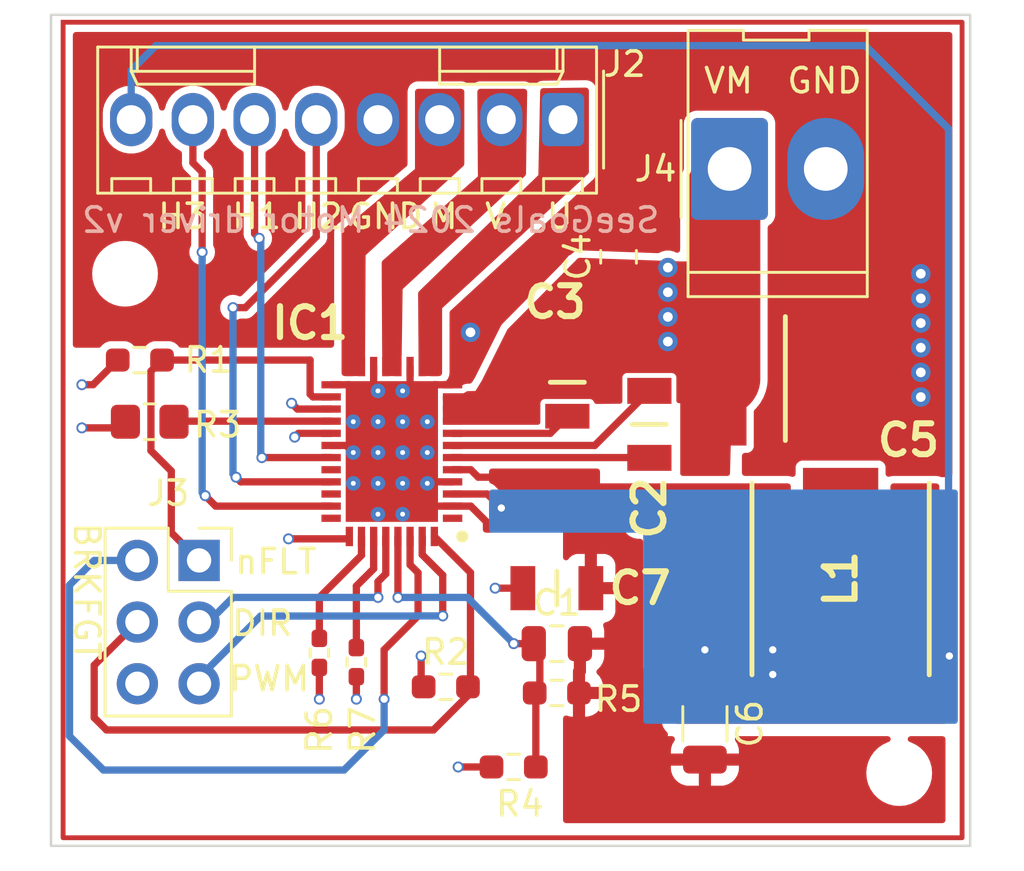
<source format=kicad_pcb>
(kicad_pcb (version 20221018) (generator pcbnew)
  (layers (0 "F.Cu" signal) (1 "In1.Cu" signal) (2 "In2.Cu" signal) (31 "B.Cu" signal) (34 "B.Paste" user) (35 "F.Paste" user) (36 "B.SilkS" user "B.Silkscreen") (37 "F.SilkS" user "F.Silkscreen") (38 "B.Mask" user) (39 "F.Mask" user) (44 "Edge.Cuts" user))
  (net 0 "")
  (net 1 "Net-(IC1-ILIM)")
  (net 2 "GND")
  (net 3 "/Motor Driver/VM")
  (net 4 "/Motor Driver/SW_BK")
  (net 5 "Net-(IC1-CP)")
  (net 6 "/Motor Driver/AVDD")
  (net 7 "Net-(IC1-CPH)")
  (net 8 "Net-(IC1-CPL)")
  (net 9 "/Motor Driver/U")
  (net 10 "/Motor Driver/V")
  (net 12 "Net-(IC1-SW_BK)")
  (net 13 "Net-(IC1-VSEL_BK)")
  (net 17 "Net-(IC1-SLEW)")
  (net 18 "Net-(IC1-ADVANCE)")
  (net 19 "/Motor Driver/W")
  (net 20 "/Motor Driver/H1")
  (net 21 "/Motor Driver/H2")
  (net 22 "/Motor Driver/H3")
  (net 23 "/Motor Driver/DIR")
  (net 24 "/Motor Driver/BRAKE")
  (net 25 "/Motor Driver/PWM")
  (net 26 "/Motor Driver/FGOUT")
  (net 27 "/Motor Driver/nFault")
  (footprint "SamacSys_Parts:CAPC3216X180N" (layer "F.Cu") (at 133.604 80.882 -90)
    (fp_text reference "C2" (at 3.446 0 -90) (layer "F.SilkS") (effects (font (size 1.27 1.27) (thickness 0.254))))
    (fp_text value "47nF" hide)
    (fp_line (start 0 -0.7) (end 0 0.7) (stroke (width 0.2)) (layer "F.SilkS"))
    (pad "1" smd rect (at -1.38 0 270) (size 1.07 1.82) (layers "F.Cu" "F.Paste" "F.Mask") (net 7 "Net-(IC1-CPH)"))
    (pad "2" smd rect (at 1.38 0 270) (size 1.07 1.82) (layers "F.Cu" "F.Paste" "F.Mask") (net 8 "Net-(IC1-CPL)"))
  )
  (footprint "Resistor_SMD:R_0402_1005Metric_Pad0.72x0.64mm_HandSolder" (layer "F.Cu") (at 120.015 90.297 -90)
    (fp_text reference "R6" (at 3.175 0 90) (layer "F.SilkS"))
    (fp_text value "47k")
    (fp_line (start -0.167621 -0.38) (end 0.167621 -0.38) (stroke (width 0.12)) (layer "F.SilkS"))
    (fp_line (start -0.167621 0.38) (end 0.167621 0.38) (stroke (width 0.12)) (layer "F.SilkS"))
    (pad "1" smd roundrect (at -0.5975 0 270) (size 0.715 0.64) (layers "F.Cu" "F.Paste" "F.Mask") (net 17 "Net-(IC1-SLEW)"))
    (pad "2" smd roundrect (at 0.5975 0 270) (size 0.715 0.64) (layers "F.Cu" "F.Paste" "F.Mask") (net 6 "/Motor Driver/AVDD"))
  )
  (footprint "Capacitor_SMD:C_0805_2012Metric" (layer "F.Cu") (at 132.334 73.98 90)
    (fp_text reference "C4" (at 0 -1.68 90) (layer "F.SilkS"))
    (fp_text value "0u1F")
    (fp_line (start -0.261252 -0.735) (end 0.261252 -0.735) (stroke (width 0.12)) (layer "F.SilkS"))
    (fp_line (start -0.261252 0.735) (end 0.261252 0.735) (stroke (width 0.12)) (layer "F.SilkS"))
    (pad "1" smd roundrect (at -0.95 0 90) (size 1 1.45) (layers "F.Cu" "F.Paste" "F.Mask") (net 3 "/Motor Driver/VM"))
    (pad "2" smd roundrect (at 0.95 0 90) (size 1 1.45) (layers "F.Cu" "F.Paste" "F.Mask") (net 2 "GND"))
  )
  (footprint "Capacitor_SMD:C_1206_3216Metric" (layer "F.Cu") (at 135.89 93.218 -90)
    (fp_text reference "C6" (at 0 -1.85 90) (layer "F.SilkS"))
    (fp_text value "22uF")
    (fp_line (start -0.711252 -0.91) (end 0.711252 -0.91) (stroke (width 0.12)) (layer "F.SilkS"))
    (fp_line (start -0.711252 0.91) (end 0.711252 0.91) (stroke (width 0.12)) (layer "F.SilkS"))
    (pad "1" smd roundrect (at -1.475 0 270) (size 1.15 1.8) (layers "F.Cu" "F.Paste" "F.Mask") (roundrect_rratio 0.2173913043) (net 4 "/Motor Driver/SW_BK"))
    (pad "2" smd roundrect (at 1.475 0 270) (size 1.15 1.8) (layers "F.Cu" "F.Paste" "F.Mask") (roundrect_rratio 0.2173913043) (net 2 "GND"))
  )
  (footprint "Capacitor_SMD:C_0805_2012Metric" (layer "F.Cu") (at 129.794 89.916)
    (fp_text reference "C1" (at 0 -1.68) (layer "F.SilkS"))
    (fp_text value "0u1F")
    (fp_line (start -0.261252 -0.735) (end 0.261252 -0.735) (stroke (width 0.12)) (layer "F.SilkS"))
    (fp_line (start -0.261252 0.735) (end 0.261252 0.735) (stroke (width 0.12)) (layer "F.SilkS"))
    (pad "1" smd roundrect (at -0.95 0) (size 1 1.45) (layers "F.Cu" "F.Paste" "F.Mask") (net 1 "Net-(IC1-ILIM)"))
    (pad "2" smd roundrect (at 0.95 0) (size 1 1.45) (layers "F.Cu" "F.Paste" "F.Mask") (net 2 "GND"))
  )
  (footprint "Connector_Molex:Molex_KK-254_AE-6410-08A_1x08_P2.54mm_Vertical" (layer "F.Cu") (at 130.048 68.326 180)
    (fp_text reference "J2" (at -2.54 2.286) (layer "F.SilkS"))
    (fp_text value "Motor")
    (fp_line (start -1.67 -2) (end -1.67 2) (stroke (width 0.12)) (layer "F.SilkS"))
    (fp_line (start -1.38 -3.03) (end -1.38 2.99) (stroke (width 0.12)) (layer "F.SilkS"))
    (fp_line (start -1.38 2.99) (end 19.16 2.99) (stroke (width 0.12)) (layer "F.SilkS"))
    (fp_line (start -0.8 -3.03) (end -0.8 -2.43) (stroke (width 0.12)) (layer "F.SilkS"))
    (fp_line (start -0.8 -2.43) (end 0.8 -2.43) (stroke (width 0.12)) (layer "F.SilkS"))
    (fp_line (start 0 1.99) (end 0.25 1.46) (stroke (width 0.12)) (layer "F.SilkS"))
    (fp_line (start 0 1.99) (end 5.08 1.99) (stroke (width 0.12)) (layer "F.SilkS"))
    (fp_line (start 0 2.99) (end 0 1.99) (stroke (width 0.12)) (layer "F.SilkS"))
    (fp_line (start 0.25 1.46) (end 5.08 1.46) (stroke (width 0.12)) (layer "F.SilkS"))
    (fp_line (start 0.25 2.99) (end 0.25 1.99) (stroke (width 0.12)) (layer "F.SilkS"))
    (fp_line (start 0.8 -2.43) (end 0.8 -3.03) (stroke (width 0.12)) (layer "F.SilkS"))
    (fp_line (start 1.74 -3.03) (end 1.74 -2.43) (stroke (width 0.12)) (layer "F.SilkS"))
    (fp_line (start 1.74 -2.43) (end 3.34 -2.43) (stroke (width 0.12)) (layer "F.SilkS"))
    (fp_line (start 3.34 -2.43) (end 3.34 -3.03) (stroke (width 0.12)) (layer "F.SilkS"))
    (fp_line (start 4.28 -3.03) (end 4.28 -2.43) (stroke (width 0.12)) (layer "F.SilkS"))
    (fp_line (start 4.28 -2.43) (end 5.88 -2.43) (stroke (width 0.12)) (layer "F.SilkS"))
    (fp_line (start 5.08 1.46) (end 5.08 1.99) (stroke (width 0.12)) (layer "F.SilkS"))
    (fp_line (start 5.08 1.99) (end 5.08 2.99) (stroke (width 0.12)) (layer "F.SilkS"))
    (fp_line (start 5.88 -2.43) (end 5.88 -3.03) (stroke (width 0.12)) (layer "F.SilkS"))
    (fp_line (start 6.82 -3.03) (end 6.82 -2.43) (stroke (width 0.12)) (layer "F.SilkS"))
    (fp_line (start 6.82 -2.43) (end 8.42 -2.43) (stroke (width 0.12)) (layer "F.SilkS"))
    (fp_line (start 8.42 -2.43) (end 8.42 -3.03) (stroke (width 0.12)) (layer "F.SilkS"))
    (fp_line (start 9.36 -3.03) (end 9.36 -2.43) (stroke (width 0.12)) (layer "F.SilkS"))
    (fp_line (start 9.36 -2.43) (end 10.96 -2.43) (stroke (width 0.12)) (layer "F.SilkS"))
    (fp_line (start 10.96 -2.43) (end 10.96 -3.03) (stroke (width 0.12)) (layer "F.SilkS"))
    (fp_line (start 11.9 -3.03) (end 11.9 -2.43) (stroke (width 0.12)) (layer "F.SilkS"))
    (fp_line (start 11.9 -2.43) (end 13.5 -2.43) (stroke (width 0.12)) (layer "F.SilkS"))
    (fp_line (start 12.7 1.46) (end 12.7 1.99) (stroke (width 0.12)) (layer "F.SilkS"))
    (fp_line (start 12.7 1.99) (end 12.7 2.99) (stroke (width 0.12)) (layer "F.SilkS"))
    (fp_line (start 13.5 -2.43) (end 13.5 -3.03) (stroke (width 0.12)) (layer "F.SilkS"))
    (fp_line (start 14.44 -3.03) (end 14.44 -2.43) (stroke (width 0.12)) (layer "F.SilkS"))
    (fp_line (start 14.44 -2.43) (end 16.04 -2.43) (stroke (width 0.12)) (layer "F.SilkS"))
    (fp_line (start 16.04 -2.43) (end 16.04 -3.03) (stroke (width 0.12)) (layer "F.SilkS"))
    (fp_line (start 16.98 -3.03) (end 16.98 -2.43) (stroke (width 0.12)) (layer "F.SilkS"))
    (fp_line (start 16.98 -2.43) (end 18.58 -2.43) (stroke (width 0.12)) (layer "F.SilkS"))
    (fp_line (start 17.53 1.46) (end 12.7 1.46) (stroke (width 0.12)) (layer "F.SilkS"))
    (fp_line (start 17.53 2.99) (end 17.53 1.99) (stroke (width 0.12)) (layer "F.SilkS"))
    (fp_line (start 17.78 1.99) (end 12.7 1.99) (stroke (width 0.12)) (layer "F.SilkS"))
    (fp_line (start 17.78 1.99) (end 17.53 1.46) (stroke (width 0.12)) (layer "F.SilkS"))
    (fp_line (start 17.78 2.99) (end 17.78 1.99) (stroke (width 0.12)) (layer "F.SilkS"))
    (fp_line (start 18.58 -2.43) (end 18.58 -3.03) (stroke (width 0.12)) (layer "F.SilkS"))
    (fp_line (start 19.16 -3.03) (end -1.38 -3.03) (stroke (width 0.12)) (layer "F.SilkS"))
    (fp_line (start 19.16 2.99) (end 19.16 -3.03) (stroke (width 0.12)) (layer "F.SilkS"))
    (pad "1" thru_hole roundrect (at 0 0 180) (size 1.74 2.19) (drill 1.19) (layers "*.Cu" "*.Mask") (roundrect_rratio 0.1436781609) (net 9 "/Motor Driver/U"))
    (pad "2" thru_hole oval (at 2.54 0 180) (size 1.74 2.19) (drill 1.19) (layers "*.Cu" "*.Mask") (net 10 "/Motor Driver/V"))
    (pad "3" thru_hole oval (at 5.08 0 180) (size 1.74 2.19) (drill 1.19) (layers "*.Cu" "*.Mask") (net 19 "/Motor Driver/W"))
    (pad "4" thru_hole oval (at 7.62 0 180) (size 1.74 2.19) (drill 1.19) (layers "*.Cu" "*.Mask") (net 2 "GND"))
    (pad "5" thru_hole oval (at 10.16 0 180) (size 1.74 2.19) (drill 1.19) (layers "*.Cu" "*.Mask") (net 21 "/Motor Driver/H2"))
    (pad "6" thru_hole oval (at 12.7 0 180) (size 1.74 2.19) (drill 1.19) (layers "*.Cu" "*.Mask") (net 20 "/Motor Driver/H1"))
    (pad "7" thru_hole oval (at 15.24 0 180) (size 1.74 2.19) (drill 1.19) (layers "*.Cu" "*.Mask") (net 22 "/Motor Driver/H3"))
    (pad "8" thru_hole oval (at 17.78 0 180) (size 1.74 2.19) (drill 1.19) (layers "*.Cu" "*.Mask") (net 4 "/Motor Driver/SW_BK"))
  )
  (footprint "SamacSys_Parts:CAPC3216X178N" (layer "F.Cu") (at 130.2258 79.1464 90)
    (fp_text reference "C3" (at 3.302 -0.508 180) (layer "F.SilkS") (effects (font (size 1.27 1.27) (thickness 0.254))))
    (fp_text value "1uF" hide)
    (fp_line (start 0 -0.7) (end 0 0.7) (stroke (width 0.2)) (layer "F.SilkS"))
    (pad "1" smd rect (at -1.4 0 90) (size 1.02 1.82) (layers "F.Cu" "F.Paste" "F.Mask") (net 5 "Net-(IC1-CP)"))
    (pad "2" smd rect (at 1.4 0 90) (size 1.02 1.82) (layers "F.Cu" "F.Paste" "F.Mask") (net 3 "/Motor Driver/VM"))
  )
  (footprint "Resistor_SMD:R_0603_1608Metric_Pad0.98x0.95mm_HandSolder" (layer "F.Cu") (at 129.794 91.948)
    (fp_text reference "R5" (at 2.54 0.254 180) (layer "F.SilkS"))
    (fp_text value "20k")
    (fp_line (start -0.254724 -0.5225) (end 0.254724 -0.5225) (stroke (width 0.12)) (layer "F.SilkS"))
    (fp_line (start -0.254724 0.5225) (end 0.254724 0.5225) (stroke (width 0.12)) (layer "F.SilkS"))
    (pad "1" smd roundrect (at -0.9125 0) (size 0.975 0.95) (layers "F.Cu" "F.Paste" "F.Mask") (net 1 "Net-(IC1-ILIM)"))
    (pad "2" smd roundrect (at 0.9125 0) (size 0.975 0.95) (layers "F.Cu" "F.Paste" "F.Mask") (net 2 "GND"))
  )
  (footprint "Resistor_SMD:R_0603_1608Metric_Pad0.98x0.95mm_HandSolder" (layer "F.Cu") (at 112.6255 78.232)
    (fp_text reference "R1" (at 2.8175 0) (layer "F.SilkS"))
    (fp_text value "5k1")
    (fp_line (start -0.254724 -0.5225) (end 0.254724 -0.5225) (stroke (width 0.12)) (layer "F.SilkS"))
    (fp_line (start -0.254724 0.5225) (end 0.254724 0.5225) (stroke (width 0.12)) (layer "F.SilkS"))
    (pad "1" smd roundrect (at -0.9125 0) (size 0.975 0.95) (layers "F.Cu" "F.Paste" "F.Mask") (net 6 "/Motor Driver/AVDD"))
    (pad "2" smd roundrect (at 0.9125 0) (size 0.975 0.95) (layers "F.Cu" "F.Paste" "F.Mask") (net 27 "/Motor Driver/nFault"))
  )
  (footprint "SamacSys_Parts:INDPM7973X540N" (layer "F.Cu") (at 141.478 87.249 -90)
    (fp_text reference "L1" (at 0 0 90) (layer "F.SilkS") (effects (font (size 1.27 1.27) (thickness 0.254))))
    (fp_text value "47uH" hide)
    (fp_line (start -3.95 3.65) (end 3.95 3.65) (stroke (width 0.2)) (layer "F.SilkS"))
    (fp_line (start 3.95 -3.65) (end -3.95 -3.65) (stroke (width 0.2)) (layer "F.SilkS"))
    (pad "1" smd rect (at -3.05 0 270) (size 3.05 3.1) (layers "F.Cu" "F.Paste" "F.Mask") (net 12 "Net-(IC1-SW_BK)"))
    (pad "2" smd rect (at 3.05 0 270) (size 3.05 3.1) (layers "F.Cu" "F.Paste" "F.Mask") (net 4 "/Motor Driver/SW_BK"))
  )
  (footprint "Resistor_SMD:R_0603_1608Metric_Pad0.98x0.95mm_HandSolder" (layer "F.Cu") (at 125.222 91.694)
    (fp_text reference "R2" (at 0 -1.43) (layer "F.SilkS"))
    (fp_text value "5k1")
    (fp_line (start -0.254724 -0.5225) (end 0.254724 -0.5225) (stroke (width 0.12)) (layer "F.SilkS"))
    (fp_line (start -0.254724 0.5225) (end 0.254724 0.5225) (stroke (width 0.12)) (layer "F.SilkS"))
    (pad "1" smd roundrect (at -0.9125 0) (size 0.975 0.95) (layers "F.Cu" "F.Paste" "F.Mask") (net 6 "/Motor Driver/AVDD"))
    (pad "2" smd roundrect (at 0.9125 0) (size 0.975 0.95) (layers "F.Cu" "F.Paste" "F.Mask") (net 26 "/Motor Driver/FGOUT"))
  )
  (footprint "Connector_PinSocket_2.54mm:PinSocket_2x03_P2.54mm_Vertical" (layer "F.Cu") (at 115.062 86.487)
    (fp_text reference "J3" (at -1.27 -2.77) (layer "F.SilkS"))
    (fp_text value "Conn_01x05")
    (fp_line (start -3.87 -1.33) (end -3.87 6.41) (stroke (width 0.12)) (layer "F.SilkS"))
    (fp_line (start -3.87 -1.33) (end -1.27 -1.33) (stroke (width 0.12)) (layer "F.SilkS"))
    (fp_line (start -3.87 6.41) (end 1.33 6.41) (stroke (width 0.12)) (layer "F.SilkS"))
    (fp_line (start -1.27 -1.33) (end -1.27 1.27) (stroke (width 0.12)) (layer "F.SilkS"))
    (fp_line (start -1.27 1.27) (end 1.33 1.27) (stroke (width 0.12)) (layer "F.SilkS"))
    (fp_line (start 0 -1.33) (end 1.33 -1.33) (stroke (width 0.12)) (layer "F.SilkS"))
    (fp_line (start 1.33 -1.33) (end 1.33 0) (stroke (width 0.12)) (layer "F.SilkS"))
    (fp_line (start 1.33 1.27) (end 1.33 6.41) (stroke (width 0.12)) (layer "F.SilkS"))
    (pad "1" thru_hole rect (at 0 0) (size 1.7 1.7) (drill 1) (layers "*.Cu" "*.Mask") (net 27 "/Motor Driver/nFault"))
    (pad "2" thru_hole oval (at -2.54 0) (size 1.7 1.7) (drill 1) (layers "*.Cu" "*.Mask") (net 24 "/Motor Driver/BRAKE"))
    (pad "3" thru_hole oval (at 0 2.54) (size 1.7 1.7) (drill 1) (layers "*.Cu" "*.Mask") (net 23 "/Motor Driver/DIR"))
    (pad "4" thru_hole oval (at -2.54 2.54) (size 1.7 1.7) (drill 1) (layers "*.Cu" "*.Mask") (net 26 "/Motor Driver/FGOUT"))
    (pad "5" thru_hole oval (at 0 5.08) (size 1.7 1.7) (drill 1) (layers "*.Cu" "*.Mask") (net 25 "/Motor Driver/PWM"))
    (pad "6" thru_hole oval (at -2.54 5.08) (size 1.7 1.7) (drill 1) (layers "*.Cu" "*.Mask"))
  )
  (footprint "Connector_Molex:Molex_KK-396_5273-02A_1x02_P3.96mm_Vertical" (layer "F.Cu") (at 136.906 70.358)
    (fp_text reference "J4" (at -3.048 0) (layer "F.SilkS"))
    (fp_text value "Conn_01x02")
    (fp_line (start -2 -2) (end -2 2) (stroke (width 0.12)) (layer "F.SilkS"))
    (fp_line (start -1.71 -5.71) (end 0.57 -5.71) (stroke (width 0.12)) (layer "F.SilkS"))
    (fp_line (start -1.71 4.26) (end -1.71 -5.71) (stroke (width 0.12)) (layer "F.SilkS"))
    (fp_line (start -1.71 4.26) (end 5.67 4.26) (stroke (width 0.12)) (layer "F.SilkS"))
    (fp_line (start -1.71 5.26) (end -1.71 4.26) (stroke (width 0.12)) (layer "F.SilkS"))
    (fp_line (start 0.57 -5.71) (end 0.57 -5.31) (stroke (width 0.12)) (layer "F.SilkS"))
    (fp_line (start 0.57 -5.31) (end 3.27 -5.31) (stroke (width 0.12)) (layer "F.SilkS"))
    (fp_line (start 3.27 -5.71) (end 5.67 -5.71) (stroke (width 0.12)) (layer "F.SilkS"))
    (fp_line (start 3.27 -5.31) (end 3.27 -5.71) (stroke (width 0.12)) (layer "F.SilkS"))
    (fp_line (start 5.67 -5.71) (end 5.67 5.26) (stroke (width 0.12)) (layer "F.SilkS"))
    (fp_line (start 5.67 5.26) (end -1.71 5.26) (stroke (width 0.12)) (layer "F.SilkS"))
    (pad "1" thru_hole roundrect (at 0 0) (size 3.16 4.2) (drill 1.8) (layers "*.Cu" "*.Mask") (roundrect_rratio 0.07911392405) (net 3 "/Motor Driver/VM"))
    (pad "2" thru_hole oval (at 3.96 0) (size 3.16 4.2) (drill 1.8) (layers "*.Cu" "*.Mask") (net 2 "GND"))
  )
  (footprint "MountingHole:MountingHole_2.2mm_M2" (layer "F.Cu") (at 143.891 95.25)
    (fp_text reference "H1" hide)
    (fp_text value "MountingHole")
    (pad "" np_thru_hole circle (at 0 0) (size 2.2 2.2) (drill 2.2) (layers "*.Cu" "*.Mask"))
  )
  (footprint "SamacSys_Parts:CAPC3216X178N" (layer "F.Cu") (at 129.794 87.63)
    (fp_text reference "C7" (at 3.429 0) (layer "F.SilkS") (effects (font (size 1.27 1.27) (thickness 0.254))))
    (fp_text value "1uF" hide)
    (fp_line (start 0 -0.7) (end 0 0.7) (stroke (width 0.2)) (layer "F.SilkS"))
    (pad "1" smd rect (at -1.4 0) (size 1.02 1.82) (layers "F.Cu" "F.Paste" "F.Mask") (net 6 "/Motor Driver/AVDD"))
    (pad "2" smd rect (at 1.4 0) (size 1.02 1.82) (layers "F.Cu" "F.Paste" "F.Mask") (net 2 "GND"))
  )
  (footprint "MountingHole:MountingHole_2.2mm_M2" (layer "F.Cu") (at 112.014 74.676)
    (fp_text reference "H2" hide)
    (fp_text value "MountingHole")
    (pad "" np_thru_hole circle (at 0 0) (size 2.2 2.2) (drill 2.2) (layers "*.Cu" "*.Mask"))
  )
  (footprint "Resistor_SMD:R_0603_1608Metric_Pad0.98x0.95mm_HandSolder" (layer "F.Cu") (at 128.016 94.996)
    (fp_text reference "R4" (at 0.254 1.524 180) (layer "F.SilkS"))
    (fp_text value "27k")
    (fp_line (start -0.254724 -0.5225) (end 0.254724 -0.5225) (stroke (width 0.12)) (layer "F.SilkS"))
    (fp_line (start -0.254724 0.5225) (end 0.254724 0.5225) (stroke (width 0.12)) (layer "F.SilkS"))
    (pad "1" smd roundrect (at -0.9125 0) (size 0.975 0.95) (layers "F.Cu" "F.Paste" "F.Mask") (net 6 "/Motor Driver/AVDD"))
    (pad "2" smd roundrect (at 0.9125 0) (size 0.975 0.95) (layers "F.Cu" "F.Paste" "F.Mask") (net 1 "Net-(IC1-ILIM)"))
  )
  (footprint "Resistor_SMD:R_0402_1005Metric_Pad0.72x0.64mm_HandSolder" (layer "F.Cu") (at 121.539 90.678 -90)
    (fp_text reference "R7" (at 2.794 -0.254 -90) (layer "F.SilkS"))
    (fp_text value "22k")
    (fp_line (start -0.167621 -0.38) (end 0.167621 -0.38) (stroke (width 0.12)) (layer "F.SilkS"))
    (fp_line (start -0.167621 0.38) (end 0.167621 0.38) (stroke (width 0.12)) (layer "F.SilkS"))
    (pad "1" smd roundrect (at -0.5975 0 270) (size 0.715 0.64) (layers "F.Cu" "F.Paste" "F.Mask") (net 18 "Net-(IC1-ADVANCE)"))
    (pad "2" smd roundrect (at 0.5975 0 270) (size 0.715 0.64) (layers "F.Cu" "F.Paste" "F.Mask") (net 6 "/Motor Driver/AVDD"))
  )
  (footprint "SamacSys_Parts:CAPC6153X500N" (layer "F.Cu") (at 139.202 78.994)
    (fp_text reference "C5" (at 5.07 2.54) (layer "F.SilkS") (effects (font (size 1.27 1.27) (thickness 0.254))))
    (fp_text value "KCM55TR71H226MH01L" hide)
    (fp_line (start 0 -2.55) (end 0 2.55) (stroke (width 0.2)) (layer "F.SilkS"))
    (pad "1" smd rect (at -2.53 0) (size 1.86 5.52) (layers "F.Cu" "F.Paste" "F.Mask") (net 3 "/Motor Driver/VM"))
    (pad "2" smd rect (at 2.53 0) (size 1.86 5.52) (layers "F.Cu" "F.Paste" "F.Mask") (net 2 "GND"))
  )
  (footprint "Resistor_SMD:R_0805_2012Metric_Pad1.20x1.40mm_HandSolder" (layer "F.Cu") (at 113.03 80.772 180)
    (fp_text reference "R3" (at -2.794 -0.127) (layer "F.SilkS"))
    (fp_text value "1M")
    (fp_line (start -0.227064 -0.735) (end 0.227064 -0.735) (stroke (width 0.12)) (layer "F.SilkS"))
    (fp_line (start -0.227064 0.735) (end 0.227064 0.735) (stroke (width 0.12)) (layer "F.SilkS"))
    (pad "1" smd roundrect (at -1 0 180) (size 1.2 1.4) (layers "F.Cu" "F.Paste" "F.Mask") (roundrect_rratio 0.2083333333) (net 13 "Net-(IC1-VSEL_BK)"))
    (pad "2" smd roundrect (at 1 0 180) (size 1.2 1.4) (layers "F.Cu" "F.Paste" "F.Mask") (roundrect_rratio 0.2083333333) (net 6 "/Motor Driver/AVDD"))
  )
  (footprint "SamacSys_Parts:QFN50P500X700X100-41N-D" (layer "F.Cu") (at 123 82 180)
    (fp_text reference "IC1" (at 3.366 5.292) (layer "F.SilkS") (effects (font (size 1.27 1.27) (thickness 0.254))))
    (fp_text value "MCT8316Z0TQRGFRQ1" hide)
    (fp_circle (center -2.9 -3.5) (end -2.9 -3.375) (stroke (width 0.25)) (fill none) (layer "F.SilkS"))
    (pad "1" smd rect (at -2.5 -2.75 270) (size 0.3 0.8) (layers "F.Cu" "F.Paste" "F.Mask"))
    (pad "2" smd rect (at -2.5 -2.25 270) (size 0.3 0.8) (layers "F.Cu" "F.Paste" "F.Mask") (net 2 "GND"))
    (pad "3" smd rect (at -2.5 -1.75 270) (size 0.3 0.8) (layers "F.Cu" "F.Paste" "F.Mask") (net 4 "/Motor Driver/SW_BK"))
    (pad "4" smd rect (at -2.5 -1.25 270) (size 0.3 0.8) (layers "F.Cu" "F.Paste" "F.Mask") (net 2 "GND"))
    (pad "5" smd rect (at -2.5 -0.75 270) (size 0.3 0.8) (layers "F.Cu" "F.Paste" "F.Mask") (net 12 "Net-(IC1-SW_BK)"))
    (pad "6" smd rect (at -2.5 -0.25 270) (size 0.3 0.8) (layers "F.Cu" "F.Paste" "F.Mask") (net 8 "Net-(IC1-CPL)"))
    (pad "7" smd rect (at -2.5 0.25 270) (size 0.3 0.8) (layers "F.Cu" "F.Paste" "F.Mask") (net 7 "Net-(IC1-CPH)"))
    (pad "8" smd rect (at -2.5 0.75 270) (size 0.3 0.8) (layers "F.Cu" "F.Paste" "F.Mask") (net 5 "Net-(IC1-CP)"))
    (pad "9" smd rect (at -2.5 1.25 270) (size 0.3 0.8) (layers "F.Cu" "F.Paste" "F.Mask") (net 3 "/Motor Driver/VM"))
    (pad "10" smd rect (at -2.5 1.75 270) (size 0.3 0.8) (layers "F.Cu" "F.Paste" "F.Mask") (net 3 "/Motor Driver/VM"))
    (pad "11" smd rect (at -2.5 2.25 270) (size 0.3 0.8) (layers "F.Cu" "F.Paste" "F.Mask") (net 3 "/Motor Driver/VM"))
    (pad "12" smd rect (at -2.5 2.75 270) (size 0.3 0.8) (layers "F.Cu" "F.Paste" "F.Mask") (net 2 "GND"))
    (pad "13" smd rect (at -1.75 3.5 180) (size 0.3 0.8) (layers "F.Cu" "F.Paste" "F.Mask") (net 9 "/Motor Driver/U"))
    (pad "14" smd rect (at -1.25 3.5 180) (size 0.3 0.8) (layers "F.Cu" "F.Paste" "F.Mask") (net 9 "/Motor Driver/U"))
    (pad "15" smd rect (at -0.75 3.5 180) (size 0.3 0.8) (layers "F.Cu" "F.Paste" "F.Mask") (net 2 "GND"))
    (pad "16" smd rect (at -0.25 3.5 180) (size 0.3 0.8) (layers "F.Cu" "F.Paste" "F.Mask") (net 10 "/Motor Driver/V"))
    (pad "17" smd rect (at 0.25 3.5 180) (size 0.3 0.8) (layers "F.Cu" "F.Paste" "F.Mask") (net 10 "/Motor Driver/V"))
    (pad "18" smd rect (at 0.75 3.5 180) (size 0.3 0.8) (layers "F.Cu" "F.Paste" "F.Mask") (net 2 "GND"))
    (pad "19" smd rect (at 1.25 3.5 180) (size 0.3 0.8) (layers "F.Cu" "F.Paste" "F.Mask") (net 19 "/Motor Driver/W"))
    (pad "20" smd rect (at 1.75 3.5 180) (size 0.3 0.8) (layers "F.Cu" "F.Paste" "F.Mask") (net 19 "/Motor Driver/W"))
    (pad "21" smd rect (at 2.5 2.75 270) (size 0.3 0.8) (layers "F.Cu" "F.Paste" "F.Mask") (net 2 "GND"))
    (pad "22" smd rect (at 2.5 2.25 270) (size 0.3 0.8) (layers "F.Cu" "F.Paste" "F.Mask") (net 27 "/Motor Driver/nFault"))
    (pad "23" smd rect (at 2.5 1.75 270) (size 0.3 0.8) (layers "F.Cu" "F.Paste" "F.Mask") (net 6 "/Motor Driver/AVDD"))
    (pad "24" smd rect (at 2.5 1.25 270) (size 0.3 0.8) (layers "F.Cu" "F.Paste" "F.Mask") (net 13 "Net-(IC1-VSEL_BK)"))
    (pad "25" smd rect (at 2.5 0.75 270) (size 0.3 0.8) (layers "F.Cu" "F.Paste" "F.Mask") (net 6 "/Motor Driver/AVDD"))
    (pad "26" smd rect (at 2.5 0.25 270) (size 0.3 0.8) (layers "F.Cu" "F.Paste" "F.Mask") (net 2 "GND"))
    (pad "27" smd rect (at 2.5 -0.25 270) (size 0.3 0.8) (layers "F.Cu" "F.Paste" "F.Mask") (net 20 "/Motor Driver/H1"))
    (pad "28" smd rect (at 2.5 -0.75 270) (size 0.3 0.8) (layers "F.Cu" "F.Paste" "F.Mask"))
    (pad "29" smd rect (at 2.5 -1.25 270) (size 0.3 0.8) (layers "F.Cu" "F.Paste" "F.Mask") (net 21 "/Motor Driver/H2"))
    (pad "30" smd rect (at 2.5 -1.75 270) (size 0.3 0.8) (layers "F.Cu" "F.Paste" "F.Mask"))
    (pad "31" smd rect (at 2.5 -2.25 270) (size 0.3 0.8) (layers "F.Cu" "F.Paste" "F.Mask") (net 22 "/Motor Driver/H3"))
    (pad "32" smd rect (at 2.5 -2.75 270) (size 0.3 0.8) (layers "F.Cu" "F.Paste" "F.Mask"))
    (pad "33" smd rect (at 1.75 -3.5 180) (size 0.3 0.8) (layers "F.Cu" "F.Paste" "F.Mask") (net 6 "/Motor Driver/AVDD"))
    (pad "34" smd rect (at 1.25 -3.5 180) (size 0.3 0.8) (layers "F.Cu" "F.Paste" "F.Mask") (net 17 "Net-(IC1-SLEW)"))
    (pad "35" smd rect (at 0.75 -3.5 180) (size 0.3 0.8) (layers "F.Cu" "F.Paste" "F.Mask") (net 18 "Net-(IC1-ADVANCE)"))
    (pad "36" smd rect (at 0.25 -3.5 180) (size 0.3 0.8) (layers "F.Cu" "F.Paste" "F.Mask") (net 23 "/Motor Driver/DIR"))
    (pad "37" smd rect (at -0.25 -3.5 180) (size 0.3 0.8) (layers "F.Cu" "F.Paste" "F.Mask") (net 1 "Net-(IC1-ILIM)"))
    (pad "38" smd rect (at -0.75 -3.5 180) (size 0.3 0.8) (layers "F.Cu" "F.Paste" "F.Mask") (net 24 "/Motor Driver/BRAKE"))
    (pad "39" smd rect (at -1.25 -3.5 180) (size 0.3 0.8) (layers "F.Cu" "F.Paste" "F.Mask") (net 25 "/Motor Driver/PWM"))
    (pad "40" smd rect (at -1.75 -3.5 180) (size 0.3 0.8) (layers "F.Cu" "F.Paste" "F.Mask") (net 26 "/Motor Driver/FGOUT"))
    (pad "41" smd rect (at 0 0 180) (size 3.8 5.8) (layers "F.Cu" "F.Paste" "F.Mask") (net 2 "GND"))
  )
  (gr_rect (start 109.464 64.314) (end 146.48 97.912) (stroke (width 0.2)) (fill none) (layer "F.Cu"))
  (gr_rect (start 108.966 64.008) (end 146.812 98.2472) (stroke (width 0.1)) (fill none) (layer "Edge.Cuts"))
  (gr_text "SeeGoals 2024 Motor driver v2" (at 134.112 73.0504) (layer "B.SilkS") (effects (font (size 1 1)) (justify left bottom mirror)))
  (gr_text "DIR" (at 116.332 89.662) (layer "F.SilkS") (effects (font (size 1 1)) (justify left bottom)))
  (gr_text "PWM" (at 116.205 91.948) (layer "F.SilkS") (effects (font (size 1 1)) (justify left bottom)))
  (gr_text "U" (at 129.286 72.898) (layer "F.SilkS") (effects (font (size 1 1)) (justify left bottom)))
  (gr_text "M" (at 124.46 72.898) (layer "F.SilkS") (effects (font (size 1 1)) (justify left bottom)))
  (gr_text "H2" (at 118.872 72.898) (layer "F.SilkS") (effects (font (size 1 1)) (justify left bottom)))
  (gr_text "VM" (at 135.763 67.31) (layer "F.SilkS") (effects (font (size 1 1)) (justify left bottom)))
  (gr_text "H1" (at 116.332 72.898) (layer "F.SilkS") (effects (font (size 1 1)) (justify left bottom)))
  (gr_text "FGT" (at 109.855 87.884 -90) (layer "F.SilkS") (effects (font (size 1 1)) (justify left bottom)))
  (gr_text "nFLT" (at 116.459 87.122) (layer "F.SilkS") (effects (font (size 1 1)) (justify left bottom)))
  (gr_text "BRK" (at 109.855 84.836 -90) (layer "F.SilkS") (effects (font (size 1 1)) (justify left bottom)))
  (gr_text "V" (at 126.746 72.898) (layer "F.SilkS") (effects (font (size 1 1)) (justify left bottom)))
  (gr_text "GND" (at 121.12 72.898) (layer "F.SilkS") (effects (font (size 1 1)) (justify left bottom)))
  (gr_text "GND" (at 139.192 67.31) (layer "F.SilkS") (effects (font (size 1 1)) (justify left bottom)))
  (gr_text "H3" (at 113.284 72.898) (layer "F.SilkS") (effects (font (size 1 1)) (justify left bottom)))
  (segment (start 123.25 88.011) (end 123.25 85.5) (width 0.3) (layer "F.Cu") (net 1))
  (segment (start 129.094 91.7355) (end 129.094 89.916) (width 0.3) (layer "F.Cu") (net 1))
  (segment (start 129.094 89.916) (end 128.016 89.916) (width 0.3) (layer "F.Cu") (net 1))
  (segment (start 128.9285 91.995) (end 128.8815 91.948) (width 0.3) (layer "F.Cu") (net 1))
  (segment (start 128.9285 94.996) (end 128.9285 91.995) (width 0.3) (layer "F.Cu") (net 1))
  (segment (start 128.8815 91.948) (end 129.094 91.7355) (width 0.3) (layer "F.Cu") (net 1))
  (via (at 123.25 88.011) (size 0.45) (drill 0.3) (layers "F.Cu" "B.Cu") (net 1))
  (via (at 128.016 89.916) (size 0.45) (drill 0.3) (layers "F.Cu" "B.Cu") (net 1))
  (segment (start 128.016 89.916) (end 126.111 88.011) (width 0.3) (layer "B.Cu") (net 1))
  (segment (start 126.111 88.011) (end 123.25 88.011) (width 0.3) (layer "B.Cu") (net 1))
  (segment (start 130.556 85.09) (end 131.194 85.728) (width 0.3) (layer "F.Cu") (net 2))
  (segment (start 123 81) (end 123 82) (width 0.3) (layer "F.Cu") (net 2))
  (segment (start 122.136 81.75) (end 122.428 82.042) (width 0.3) (layer "F.Cu") (net 2))
  (segment (start 126.238 77.089) (end 126.238 78.512) (width 0.3) (layer "F.Cu") (net 2))
  (segment (start 123.75 79.554) (end 123.75 80.72) (width 0.3) (layer "F.Cu") (net 2))
  (segment (start 123 82.5) (end 123 82) (width 0.3) (layer "F.Cu") (net 2))
  (segment (start 121.412 82.042) (end 121.704 81.75) (width 0.3) (layer "F.Cu") (net 2))
  (segment (start 125.5 79.25) (end 124.75 79.25) (width 0.3) (layer "F.Cu") (net 2))
  (segment (start 122.428 80.772) (end 122.25 80.95) (width 0.3) (layer "F.Cu") (net 2))
  (segment (start 122.72 81.75) (end 122.75 81.75) (width 0.3) (layer "F.Cu") (net 2))
  (segment (start 124.066 83.566) (end 123.698 83.566) (width 0.3) (layer "F.Cu") (net 2))
  (segment (start 141.732 71.224) (end 141.732 78.994) (width 3) (layer "F.Cu") (net 2))
  (segment (start 122.25 80.95) (end 122.25 81.25) (width 0.3) (layer "F.Cu") (net 2))
  (segment (start 123.75 81.25) (end 123 82) (width 0.3) (layer "F.Cu") (net 2))
  (segment (start 144.78 78.74) (end 144.526 78.74) (width 0.3) (layer "F.Cu") (net 2))
  (segment (start 121.25 79.25) (end 123 81) (width 0.3) (layer "F.Cu") (net 2))
  (segment (start 122.25 79.68) (end 122.25 80.594) (width 0.3) (layer "F.Cu") (net 2))
  (segment (start 121.12 81.75) (end 121.412 82.042) (width 0.3) (layer "F.Cu") (net 2))
  (segment (start 122.428 82.042) (end 122.72 81.75) (width 0.3) (layer "F.Cu") (net 2))
  (segment (start 126.25 84.25) (end 127.09 85.09) (width 0.3) (layer "F.Cu") (net 2))
  (segment (start 123.75 79.45) (end 123.698 79.502) (width 0.3) (layer "F.Cu") (net 2))
  (segment (start 123.75 78.5) (end 123.75 79.45) (width 0.3) (layer "F.Cu") (net 2))
  (segment (start 123.698 83.198) (end 123 82.5) (width 0.3) (layer "F.Cu") (net 2))
  (segment (start 124.75 79.25) (end 123 81) (width 0.3) (layer "F.Cu") (net 2))
  (segment (start 122.25 80.594) (end 122.428 80.772) (width 0.3) (layer "F.Cu") (net 2))
  (segment (start 124.25 83.25) (end 123 82) (width 0.3) (layer "F.Cu") (net 2))
  (segment (start 120.5 79.25) (end 121.25 79.25) (width 0.3) (layer "F.Cu") (net 2))
  (segment (start 126.238 78.512) (end 125.5 79.25) (width 0.3) (layer "F.Cu") (net 2))
  (segment (start 131.194 85.728) (end 131.194 87.63) (width 0.3) (layer "F.Cu") (net 2))
  (segment (start 124.46 83.566) (end 124.066 83.566) (width 0.3) (layer "F.Cu") (net 2))
  (segment (start 120.5 81.75) (end 121.12 81.75) (width 0.3) (layer "F.Cu") (net 2))
  (segment (start 125.5 84.25) (end 124.75 84.25) (width 0.3) (layer "F.Cu") (net 2))
  (segment (start 123.75 80.824) (end 123.75 81.25) (width 0.3) (layer "F.Cu") (net 2))
  (segment (start 122.428 79.502) (end 122.25 79.68) (width 0.3) (layer "F.Cu") (net 2))
  (segment (start 140.866 70.358) (end 141.732 71.224) (width 3) (layer "F.Cu") (net 2))
  (segment (start 125.5 84.25) (end 126.25 84.25) (width 0.3) (layer "F.Cu") (net 2))
  (segment (start 123.698 80.772) (end 123.75 80.824) (width 0.3) (layer "F.Cu") (net 2))
  (segment (start 122.25 78.5) (end 122.25 79.324) (width 0.3) (layer "F.Cu") (net 2))
  (segment (start 127.09 85.09) (end 130.556 85.09) (width 0.3) (layer "F.Cu") (net 2))
  (segment (start 122.25 81.25) (end 123 82) (width 0.3) (layer "F.Cu") (net 2))
  (segment (start 122.25 79.324) (end 122.428 79.502) (width 0.3) (layer "F.Cu") (net 2))
  (segment (start 125.5 83.25) (end 124.25 83.25) (width 0.3) (layer "F.Cu") (net 2))
  (segment (start 122.75 81.75) (end 123 82) (width 0.3) (layer "F.Cu") (net 2))
  (segment (start 124.75 84.25) (end 124.46 83.96) (width 0.3) (layer "F.Cu") (net 2))
  (segment (start 123.698 79.502) (end 123.75 79.554) (width 0.3) (layer "F.Cu") (net 2))
  (segment (start 123.698 83.566) (end 123.698 83.198) (width 0.3) (layer "F.Cu") (net 2))
  (segment (start 121.704 81.75) (end 122.136 81.75) (width 0.3) (layer "F.Cu") (net 2))
  (segment (start 123.75 80.72) (end 123.698 80.772) (width 0.3) (layer "F.Cu") (net 2))
  (segment (start 124.46 83.96) (end 124.46 83.566) (width 0.3) (layer "F.Cu") (net 2))
  (via (at 123.444 79.502) (size 0.6) (drill 0.2) (layers "F.Cu" "B.Cu") (net 2))
  (via (at 122.428 82.042) (size 0.6) (drill 0.2) (layers "F.Cu" "B.Cu") (net 2))
  (via (at 122.428 84.582) (size 0.6) (drill 0.2) (layers "F.Cu" "B.Cu") (net 2))
  (via (at 144.78 77.724) (size 0.8) (drill 0.4) (layers "F.Cu" "B.Cu") (net 2))
  (via (at 122.428 79.502) (size 0.6) (drill 0.2) (layers "F.Cu" "B.Cu") (net 2))
  (via (at 123.444 82.042) (size 0.6) (drill 0.2) (layers "F.Cu" "B.Cu") (net 2))
  (via (at 144.78 75.692) (size 0.8) (drill 0.4) (layers "F.Cu" "B.Cu") (net 2))
  (via (at 124.46 82.042) (size 0.6) (drill 0.2) (layers "F.Cu" "B.Cu") (net 2))
  (via (at 123.444 83.312) (size 0.6) (drill 0.2) (layers "F.Cu" "B.Cu") (net 2))
  (via (at 122.428 80.772) (size 0.6) (drill 0.2) (layers "F.Cu" "B.Cu") (net 2))
  (via (at 144.78 76.708) (size 0.8) (drill 0.4) (layers "F.Cu" "B.Cu") (net 2))
  (via (at 144.78 78.74) (size 0.8) (drill 0.4) (layers "F.Cu" "B.Cu") (net 2))
  (via (at 121.412 82.042) (size 0.6) (drill 0.2) (layers "F.Cu" "B.Cu") (net 2))
  (via (at 123.444 84.582) (size 0.6) (drill 0.2) (layers "F.Cu" "B.Cu") (net 2))
  (via (at 144.78 74.676) (size 0.8) (drill 0.4) (layers "F.Cu" "B.Cu") (net 2))
  (via (at 124.46 83.312) (size 0.6) (drill 0.2) (layers "F.Cu" "B.Cu") (net 2))
  (via (at 126.238 77.089) (size 0.8) (drill 0.4) (layers "F.Cu" "B.Cu") (net 2))
  (via (at 124.46 80.772) (size 0.6) (drill 0.2) (layers "F.Cu" "B.Cu") (net 2))
  (via (at 121.412 80.772) (size 0.6) (drill 0.2) (layers "F.Cu" "B.Cu") (net 2))
  (via (at 121.412 83.312) (size 0.6) (drill 0.2) (layers "F.Cu" "B.Cu") (net 2))
  (via (at 123.444 80.772) (size 0.6) (drill 0.2) (layers "F.Cu" "B.Cu") (net 2))
  (via (at 122.428 83.312) (size 0.6) (drill 0.2) (layers "F.Cu" "B.Cu") (net 2))
  (via (at 144.78 79.756) (size 0.8) (drill 0.4) (layers "F.Cu" "B.Cu") (net 2))
  (segment (start 136.164 75.438) (end 136.672 75.946) (width 0.3) (layer "F.Cu") (net 3))
  (segment (start 136.164 76.454) (end 136.672 76.962) (width 0.3) (layer "F.Cu") (net 3))
  (segment (start 136.672 78.994) (end 136.672 71.1) (width 3) (layer "F.Cu") (net 3))
  (segment (start 136.672 76.962) (end 136.672 78.994) (width 0.3) (layer "F.Cu") (net 3))
  (segment (start 136.906 70.866) (end 136.906 70.358) (width 3) (layer "F.Cu") (net 3))
  (segment (start 136.672 71.1) (end 136.906 70.866) (width 3) (layer "F.Cu") (net 3))
  (segment (start 136.672 75.946) (end 136.672 78.994) (width 0.3) (layer "F.Cu") (net 3))
  (segment (start 136.714 79.036) (end 136.672 78.994) (width 0.3) (layer "F.Cu") (net 3))
  (via (at 134.366 76.454) (size 0.8) (drill 0.4) (layers "F.Cu" "B.Cu") (net 3))
  (via (at 134.366 74.422) (size 0.8) (drill 0.4) (layers "F.Cu" "B.Cu") (net 3))
  (via (at 134.366 77.47) (size 0.8) (drill 0.4) (layers "F.Cu" "B.Cu") (net 3))
  (via (at 134.366 75.438) (size 0.8) (drill 0.4) (layers "F.Cu" "B.Cu") (net 3))
  (segment (start 126.93 83.75) (end 127.508 84.328) (width 0.3) (layer "F.Cu") (net 4))
  (segment (start 141.349 90.17) (end 138.684 90.17) (width 0.3) (layer "F.Cu") (net 4))
  (segment (start 140.591 91.186) (end 138.684 91.186) (width 0.3) (layer "F.Cu") (net 4))
  (segment (start 141.478 90.299) (end 141.349 90.17) (width 0.3) (layer "F.Cu") (net 4))
  (segment (start 142.367 91.188) (end 141.478 90.299) (width 0.3) (layer "F.Cu") (net 4))
  (segment (start 145.9555 90.424) (end 145.1915 91.188) (width 0.3) (layer "F.Cu") (net 4))
  (segment (start 125.5 83.75) (end 126.93 83.75) (width 0.3) (layer "F.Cu") (net 4))
  (segment (start 145.1915 91.188) (end 142.367 91.188) (width 0.3) (layer "F.Cu") (net 4))
  (segment (start 141.478 90.299) (end 140.591 91.186) (width 0.3) (layer "F.Cu") (net 4))
  (segment (start 135.89 91.743) (end 135.89 90.17) (width 0.3) (layer "F.Cu") (net 4))
  (via (at 138.684 90.17) (size 0.45) (drill 0.3) (layers "F.Cu" "B.Cu") (net 4))
  (via (at 138.684 91.186) (size 0.45) (drill 0.3) (layers "F.Cu" "B.Cu") (net 4))
  (via (at 127.508 84.328) (size 0.45) (drill 0.3) (layers "F.Cu" "B.Cu") (net 4))
  (via (at 145.9555 90.424) (size 0.45) (drill 0.3) (layers "F.Cu" "B.Cu") (net 4))
  (via (at 135.89 90.17) (size 0.45) (drill 0.3) (layers "F.Cu" "B.Cu") (net 4))
  (segment (start 113.284 65.278) (end 112.268 66.294) (width 0.3) (layer "B.Cu") (net 4))
  (segment (start 112.268 66.294) (end 112.268 68.326) (width 0.3) (layer "B.Cu") (net 4))
  (segment (start 145.923 68.707) (end 142.494 65.278) (width 0.3) (layer "B.Cu") (net 4))
  (segment (start 142.494 65.278) (end 113.284 65.278) (width 0.3) (layer "B.Cu") (net 4))
  (segment (start 145.9555 90.424) (end 145.923 90.3915) (width 0.3) (layer "B.Cu") (net 4))
  (segment (start 145.923 90.3915) (end 145.923 68.707) (width 0.3) (layer "B.Cu") (net 4))
  (segment (start 129.5222 81.25) (end 125.5 81.25) (width 0.3) (layer "F.Cu") (net 5))
  (segment (start 130.2258 80.5464) (end 129.5222 81.25) (width 0.3) (layer "F.Cu") (net 5))
  (segment (start 110.697 79.248) (end 111.713 78.232) (width 0.3) (layer "F.Cu") (net 6))
  (segment (start 125.73 94.996) (end 127.1035 94.996) (width 0.3) (layer "F.Cu") (net 6))
  (segment (start 127.254 87.63) (end 128.394 87.63) (width 0.3) (layer "F.Cu") (net 6))
  (segment (start 121.152 85.598) (end 121.25 85.5) (width 0.3) (layer "F.Cu") (net 6))
  (segment (start 118.999 81.407) (end 119.156 81.25) (width 0.3) (layer "F.Cu") (net 6))
  (segment (start 110.236 81.026) (end 111.776 81.026) (width 0.3) (layer "F.Cu") (net 6))
  (segment (start 124.206 91.5905) (end 124.3095 91.694) (width 0.3) (layer "F.Cu") (net 6))
  (segment (start 121.539 92.202) (end 121.539 91.2755) (width 0.3) (layer "F.Cu") (net 6))
  (segment (start 120.5 80.25) (end 119.112 80.25) (width 0.3) (layer "F.Cu") (net 6))
  (segment (start 124.206 90.424) (end 124.206 91.5905) (width 0.3) (layer "F.Cu") (net 6))
  (segment (start 119.156 81.25) (end 120.5 81.25) (width 0.3) (layer "F.Cu") (net 6))
  (segment (start 111.776 81.026) (end 112.03 80.772) (width 0.3) (layer "F.Cu") (net 6))
  (segment (start 120.015 92.202) (end 120.015 90.8945) (width 0.3) (layer "F.Cu") (net 6))
  (segment (start 118.745 85.598) (end 121.152 85.598) (width 0.3) (layer "F.Cu") (net 6))
  (segment (start 119.112 80.25) (end 118.872 80.01) (width 0.3) (layer "F.Cu") (net 6))
  (segment (start 110.236 79.248) (end 110.697 79.248) (width 0.3) (layer "F.Cu") (net 6))
  (via (at 127.254 87.63) (size 0.45) (drill 0.3) (layers "F.Cu" "B.Cu") (net 6))
  (via (at 120.015 92.202) (size 0.45) (drill 0.3) (layers "F.Cu" "B.Cu") (net 6))
  (via (at 125.73 94.996) (size 0.45) (drill 0.3) (layers "F.Cu" "B.Cu") (net 6))
  (via (at 124.206 90.424) (size 0.45) (drill 0.3) (layers "F.Cu" "B.Cu") (net 6))
  (via (at 118.745 85.598) (size 0.45) (drill 0.3) (layers "F.Cu" "B.Cu") (net 6))
  (via (at 118.872 80.01) (size 0.45) (drill 0.3) (layers "F.Cu" "B.Cu") (net 6))
  (via (at 110.236 79.248) (size 0.45) (drill 0.3) (layers "F.Cu" "B.Cu") (net 6))
  (via (at 118.999 81.407) (size 0.45) (drill 0.3) (layers "F.Cu" "B.Cu") (net 6))
  (via (at 121.539 92.202) (size 0.45) (drill 0.3) (layers "F.Cu" "B.Cu") (net 6))
  (via (at 110.236 81.026) (size 0.45) (drill 0.3) (layers "F.Cu" "B.Cu") (net 6))
  (segment (start 133.604 79.502) (end 131.356 81.75) (width 0.3) (layer "F.Cu") (net 7))
  (segment (start 131.356 81.75) (end 125.5 81.75) (width 0.3) (layer "F.Cu") (net 7))
  (segment (start 133.604 82.262) (end 133.592 82.25) (width 0.3) (layer "F.Cu") (net 8))
  (segment (start 133.592 82.25) (end 125.5 82.25) (width 0.3) (layer "F.Cu") (net 8))
  (segment (start 141.478 84.199) (end 141.095 84.582) (width 0.3) (layer "F.Cu") (net 12))
  (segment (start 126.558 83.058) (end 126.25 82.75) (width 0.3) (layer "F.Cu") (net 12))
  (segment (start 141.095 84.582) (end 133.240212 84.582) (width 0.3) (layer "F.Cu") (net 12))
  (segment (start 133.240212 84.582) (end 132.224212 83.566) (width 0.3) (layer "F.Cu") (net 12))
  (segment (start 132.224212 83.566) (end 129.54 83.566) (width 0.3) (layer "F.Cu") (net 12))
  (segment (start 126.25 82.75) (end 125.5 82.75) (width 0.3) (layer "F.Cu") (net 12))
  (segment (start 129.032 83.058) (end 126.558 83.058) (width 0.3) (layer "F.Cu") (net 12))
  (segment (start 129.54 83.566) (end 129.032 83.058) (width 0.3) (layer "F.Cu") (net 12))
  (segment (start 114.052 80.75) (end 120.5 80.75) (width 0.3) (layer "F.Cu") (net 13))
  (segment (start 114.03 80.772) (end 114.052 80.75) (width 0.3) (layer "F.Cu") (net 13))
  (segment (start 121.75 86.276) (end 120.015 88.011) (width 0.3) (layer "F.Cu") (net 17))
  (segment (start 120.015 88.011) (end 120.015 89.6995) (width 0.3) (layer "F.Cu") (net 17))
  (segment (start 121.75 85.5) (end 121.75 86.276) (width 0.3) (layer "F.Cu") (net 17))
  (segment (start 121.539 87.542076) (end 121.539 90.0805) (width 0.3) (layer "F.Cu") (net 18))
  (segment (start 122.25 86.831076) (end 121.539 87.542076) (width 0.3) (layer "F.Cu") (net 18))
  (segment (start 122.25 85.5) (end 122.25 86.831076) (width 0.3) (layer "F.Cu") (net 18))
  (segment (start 117.648 82.25) (end 120.5 82.25) (width 0.3) (layer "F.Cu") (net 20))
  (segment (start 117.348 73.025) (end 117.348 68.326) (width 0.3) (layer "F.Cu") (net 20))
  (segment (start 117.5385 73.2155) (end 117.348 73.025) (width 0.3) (layer "F.Cu") (net 20))
  (via (at 117.5385 73.2155) (size 0.45) (drill 0.3) (layers "F.Cu" "B.Cu") (net 20))
  (via (at 117.648 82.25) (size 0.45) (drill 0.3) (layers "F.Cu" "B.Cu") (net 20))
  (segment (start 117.602 73.279) (end 117.5385 73.2155) (width 0.3) (layer "B.Cu") (net 20))
  (segment (start 117.602 82.204) (end 117.602 73.279) (width 0.3) (layer "B.Cu") (net 20))
  (segment (start 117.648 82.25) (end 117.602 82.204) (width 0.3) (layer "B.Cu") (net 20))
  (segment (start 116.459 76.073) (end 116.967 76.073) (width 0.3) (layer "F.Cu") (net 21))
  (segment (start 116.586 83.058) (end 116.778 83.25) (width 0.3) (layer "F.Cu") (net 21))
  (segment (start 116.778 83.25) (end 120.5 83.25) (width 0.3) (layer "F.Cu") (net 21))
  (segment (start 116.967 76.073) (end 119.888 73.152) (width 0.3) (layer "F.Cu") (net 21))
  (segment (start 119.888 73.152) (end 119.888 68.326) (width 0.3) (layer "F.Cu") (net 21))
  (via (at 116.459 76.073) (size 0.45) (drill 0.3) (layers "F.Cu" "B.Cu") (net 21))
  (via (at 116.586 83.058) (size 0.45) (drill 0.3) (layers "F.Cu" "B.Cu") (net 21))
  (segment (start 116.459 82.931) (end 116.586 83.058) (width 0.3) (layer "B.Cu") (net 21))
  (segment (start 116.459 76.073) (end 116.459 82.931) (width 0.3) (layer "B.Cu") (net 21))
  (segment (start 115.316 83.82) (end 115.746 84.25) (width 0.3) (layer "F.Cu") (net 22))
  (segment (start 115.189 70.485) (end 114.808 70.104) (width 0.3) (layer "F.Cu") (net 22))
  (segment (start 115.189 73.787) (end 115.189 70.485) (width 0.3) (layer "F.Cu") (net 22))
  (segment (start 115.746 84.25) (end 120.5 84.25) (width 0.3) (layer "F.Cu") (net 22))
  (segment (start 114.808 70.104) (end 114.808 68.326) (width 0.3) (layer "F.Cu") (net 22))
  (via (at 115.316 83.82) (size 0.45) (drill 0.3) (layers "F.Cu" "B.Cu") (net 22))
  (via (at 115.189 73.787) (size 0.45) (drill 0.3) (layers "F.Cu" "B.Cu") (net 22))
  (segment (start 115.189 73.787) (end 115.189 83.693) (width 0.3) (layer "B.Cu") (net 22))
  (segment (start 115.189 83.693) (end 115.316 83.82) (width 0.3) (layer "B.Cu") (net 22))
  (segment (start 122.428 88.011) (end 122.428 87.360182) (width 0.3) (layer "F.Cu") (net 23))
  (segment (start 122.428 87.360182) (end 122.75 87.038182) (width 0.3) (layer "F.Cu") (net 23))
  (segment (start 122.75 87.038182) (end 122.75 85.5) (width 0.3) (layer "F.Cu") (net 23))
  (via (at 122.428 88.011) (size 0.45) (drill 0.3) (layers "F.Cu" "B.Cu") (net 23))
  (segment (start 115.443 89.027) (end 115.062 89.027) (width 0.3) (layer "B.Cu") (net 23))
  (segment (start 122.428 88.011) (end 116.459 88.011) (width 0.3) (layer "B.Cu") (net 23))
  (segment (start 116.459 88.011) (end 115.443 89.027) (width 0.3) (layer "B.Cu") (net 23))
  (segment (start 124.079 88.773) (end 122.682 90.17) (width 0.3) (layer "F.Cu") (net 24))
  (segment (start 124.079 86.995) (end 124.079 88.773) (width 0.3) (layer "F.Cu") (net 24))
  (segment (start 123.75 85.5) (end 123.75 86.666) (width 0.3) (layer "F.Cu") (net 24))
  (segment (start 123.75 86.666) (end 124.079 86.995) (width 0.3) (layer "F.Cu") (net 24))
  (segment (start 122.682 90.17) (end 122.682 92.202) (width 0.3) (layer "F.Cu") (net 24))
  (via (at 122.682 92.202) (size 0.45) (drill 0.3) (layers "F.Cu" "B.Cu") (net 24))
  (segment (start 109.728 93.726) (end 109.728 87.503) (width 0.3) (layer "B.Cu") (net 24))
  (segment (start 109.728 87.503) (end 110.744 86.487) (width 0.3) (layer "B.Cu") (net 24))
  (segment (start 111.125 95.123) (end 109.728 93.726) (width 0.3) (layer "B.Cu") (net 24))
  (segment (start 110.744 86.487) (end 112.522 86.487) (width 0.3) (layer "B.Cu") (net 24))
  (segment (start 122.682 93.472) (end 121.031 95.123) (width 0.3) (layer "B.Cu") (net 24))
  (segment (start 122.682 92.202) (end 122.682 93.472) (width 0.3) (layer "B.Cu") (net 24))
  (segment (start 121.031 95.123) (end 111.125 95.123) (width 0.3) (layer "B.Cu") (net 24))
  (segment (start 124.25 86.25) (end 124.25 85.5) (width 0.3) (layer "F.Cu") (net 25))
  (segment (start 125.095 88.773) (end 125.095 87.095) (width 0.3) (layer "F.Cu") (net 25))
  (segment (start 125.095 87.095) (end 124.25 86.25) (width 0.3) (layer "F.Cu") (net 25))
  (via (at 125.095 88.773) (size 0.45) (drill 0.3) (layers "F.Cu" "B.Cu") (net 25))
  (segment (start 123.962 88.773) (end 123.957 88.778) (width 0.3) (layer "B.Cu") (net 25))
  (segment (start 125.095 88.773) (end 123.962 88.773) (width 0.3) (layer "B.Cu") (net 25))
  (segment (start 115.062 91.313) (end 115.062 91.567) (width 0.3) (layer "B.Cu") (net 25))
  (segment (start 123.957 88.778) (end 117.597 88.778) (width 0.3) (layer "B.Cu") (net 25))
  (segment (start 117.597 88.778) (end 115.062 91.313) (width 0.3) (layer "B.Cu") (net 25))
  (segment (start 124.714 93.472) (end 111.252 93.472) (width 0.3) (layer "F.Cu") (net 26))
  (segment (start 124.75 85.5) (end 126.238 86.988) (width 0.3) (layer "F.Cu") (net 26))
  (segment (start 126.1345 92.0515) (end 124.714 93.472) (width 0.3) (layer "F.Cu") (net 26))
  (segment (start 126.238 86.988) (end 126.238 91.5905) (width 0.3) (layer "F.Cu") (net 26))
  (segment (start 126.238 91.5905) (end 126.1345 91.694) (width 0.3) (layer "F.Cu") (net 26))
  (segment (start 110.744 90.805) (end 112.522 89.027) (width 0.3) (layer "F.Cu") (net 26))
  (segment (start 110.744 92.964) (end 110.744 90.805) (width 0.3) (layer "F.Cu") (net 26))
  (segment (start 111.252 93.472) (end 110.744 92.964) (width 0.3) (layer "F.Cu") (net 26))
  (segment (start 126.1345 91.694) (end 126.1345 92.0515) (width 0.3) (layer "F.Cu") (net 26))
  (segment (start 119.75 79.75) (end 119.634 79.634) (width 0.3) (layer "F.Cu") (net 27))
  (segment (start 115.062 86.487) (end 113.919 85.344) (width 0.3) (layer "F.Cu") (net 27))
  (segment (start 113.919 82.804) (end 113.08 81.965) (width 0.3) (layer "F.Cu") (net 27))
  (segment (start 113.08 78.69) (end 113.538 78.232) (width 0.3) (layer "F.Cu") (net 27))
  (segment (start 120.5 79.75) (end 119.75 79.75) (width 0.3) (layer "F.Cu") (net 27))
  (segment (start 113.08 81.965) (end 113.08 78.69) (width 0.3) (layer "F.Cu") (net 27))
  (segment (start 113.919 85.344) (end 113.919 82.804) (width 0.3) (layer "F.Cu") (net 27))
  (segment (start 119.634 79.634) (end 119.634 78.232) (width 0.3) (layer "F.Cu") (net 27))
  (segment (start 119.634 78.232) (end 113.538 78.232) (width 0.3) (layer "F.Cu") (net 27))
  (zone (net 3) (net_name "/Motor Driver/VM") (layer "F.Cu") (priority 2) (connect_pads yes (clearance 0.2)) (min_thickness 0.2) (fill yes (thermal_gap 0.5) (thermal_bridge_width 0.5))
    (polygon (pts (xy 136.906 83.566) (xy 137.16 74.168) (xy 134.874 74.168) (xy 130.683 74.0156) (xy 127.762 76.962) (xy 126.6952 79.0956) (xy 126.440524 79.506866) (xy 125.0696 79.5274) (xy 125.0696 80.899) (xy 129.1844 80.9244) (xy 129.1844 80.0608) (xy 134.874 80.01) (xy 134.874 83.566)))
  )
  (zone (net 9) (net_name "/Motor Driver/U") (layer "F.Cu") (priority 9) (connect_pads yes (clearance 0.2)) (min_thickness 0.25) (fill yes (thermal_gap 0.5) (thermal_bridge_width 0.5))
    (polygon (pts (xy 124.1044 78.8924) (xy 125.0696 78.8924) (xy 125.0696 76.0984) (xy 131.1148 70.5358) (xy 131.1148 67.0052) (xy 129.1082 67.0306) (xy 129.032 70.612) (xy 124.079 75.438)))
  )
  (zone (net 4) (net_name "/Motor Driver/SW_BK") (layer "F.Cu") (priority 4) (connect_pads (clearance 0.5)) (min_thickness 0.25) (fill yes (thermal_gap 0.5) (thermal_bridge_width 0.5))
    (polygon (pts (xy 146.558 93.218) (xy 146.558 87.884) (xy 134.62 87.884) (xy 134.62 93.218)))
  )
  (zone (net 10) (net_name "/Motor Driver/V") (layer "F.Cu") (priority 11) (connect_pads yes (clearance 0.2)) (min_thickness 0.25) (fill yes (thermal_gap 0.5) (thermal_bridge_width 0.5))
    (polygon (pts (xy 122.6058 78.8924) (xy 123.3932 78.8924) (xy 123.444 75.311) (xy 128.524 70.612) (xy 128.5748 67.056) (xy 126.5174 67.056) (xy 126.5428 70.6628) (xy 122.5804 74.168)))
  )
  (zone (net 2) (net_name "GND") (layer "F.Cu") (priority 1) (connect_pads yes (clearance 0.3)) (min_thickness 0.25) (fill yes (thermal_gap 0.5) (thermal_bridge_width 0.5))
    (polygon (pts (xy 137.414 83.058) (xy 146.304 83.058) (xy 146.48 64.314) (xy 109.464 64.314) (xy 109.474 77.724) (xy 125.222 77.724) (xy 125.222 79.502) (xy 126.746 79.502) (xy 127 78.994) (xy 127.762 76.962) (xy 128.778 75.692) (xy 130.302 73.914) (xy 137.414 73.914)))
  )
  (zone (net 2) (net_name "GND") (layer "F.Cu") (priority 3) (connect_pads (clearance 0.5)) (min_thickness 0.25) (fill yes (thermal_gap 0.5) (thermal_bridge_width 0.5))
    (polygon (pts (xy 145.796 93.726) (xy 145.796 97.79) (xy 130.048 97.79) (xy 130.048 85.344) (xy 126.746 85.344) (xy 126.746 84.328) (xy 133.35 84.328) (xy 133.35 90.932) (xy 134.366 90.932) (xy 134.366 93.726)))
  )
  (zone (net 12) (net_name "Net-(IC1-SW_BK)") (layer "F.Cu") (priority 7) (connect_pads (clearance 0.3)) (min_thickness 0.25) (fill yes (thermal_gap 0.5) (thermal_bridge_width 0.5))
    (polygon (pts (xy 131.572 83.312) (xy 131.572 82.55) (xy 127 82.55) (xy 127 84.074) (xy 132.08 84.074) (xy 133.096 85.09) (xy 133.858 85.09) (xy 133.858 87.376) (xy 145.542 87.376) (xy 145.542 83.312)))
  )
  (zone (net 19) (net_name "/Motor Driver/W") (layer "F.Cu") (priority 10) (connect_pads yes (clearance 0.2)) (min_thickness 0.25) (fill yes (thermal_gap 0.5) (thermal_bridge_width 0.5))
    (polygon (pts (xy 121.8946 78.8924) (xy 120.9294 78.8924) (xy 120.9294 72.898) (xy 123.952 70.358) (xy 123.952 67.056) (xy 125.984 67.056) (xy 125.984 70.2056) (xy 121.92 73.914)))
  )
  (zone (net 4) (net_name "/Motor Driver/SW_BK") (layer "B.Cu") (priority 8) (connect_pads (clearance 0.3)) (min_thickness 0.25) (fill yes (thermal_gap 0.5) (thermal_bridge_width 0.5))
    (polygon (pts (xy 127 83.566) (xy 146.304 83.566) (xy 146.304 93.218) (xy 133.35 93.218) (xy 133.35 85.344) (xy 127 85.344)))
  )
)
</source>
